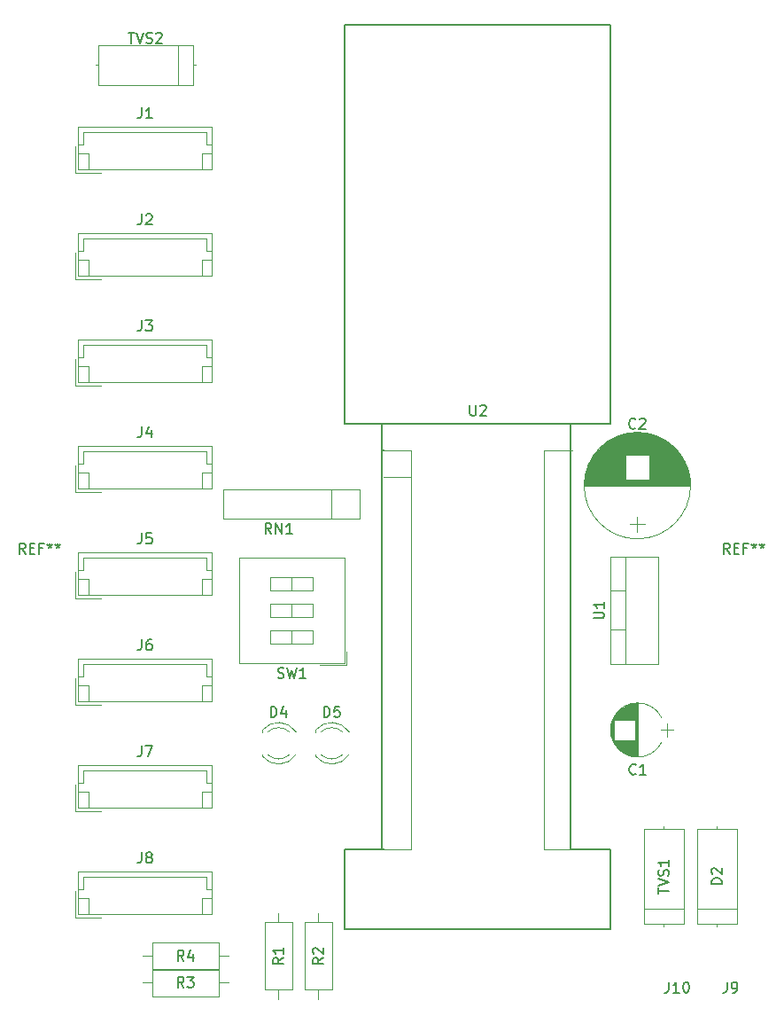
<source format=gto>
G04 #@! TF.FileFunction,Legend,Top*
%FSLAX46Y46*%
G04 Gerber Fmt 4.6, Leading zero omitted, Abs format (unit mm)*
G04 Created by KiCad (PCBNEW 4.0.7) date 03/09/18 13:05:57*
%MOMM*%
%LPD*%
G01*
G04 APERTURE LIST*
%ADD10C,0.200000*%
%ADD11C,0.120000*%
%ADD12C,0.150000*%
G04 APERTURE END LIST*
D10*
D11*
X189150000Y-128310000D02*
X189150000Y-118070000D01*
X193791000Y-128310000D02*
X193791000Y-118070000D01*
X189150000Y-128310000D02*
X193791000Y-128310000D01*
X189150000Y-118070000D02*
X193791000Y-118070000D01*
X190660000Y-128310000D02*
X190660000Y-118070000D01*
X189150000Y-125040000D02*
X190660000Y-125040000D01*
X189150000Y-121339000D02*
X190660000Y-121339000D01*
X197480000Y-153100000D02*
X201300000Y-153100000D01*
X201300000Y-153100000D02*
X201300000Y-144080000D01*
X201300000Y-144080000D02*
X197480000Y-144080000D01*
X197480000Y-144080000D02*
X197480000Y-153100000D01*
X199390000Y-153360000D02*
X199390000Y-153100000D01*
X199390000Y-143820000D02*
X199390000Y-144080000D01*
X197480000Y-151705000D02*
X201300000Y-151705000D01*
X196860000Y-111280000D02*
G75*
G03X196860000Y-111280000I-5090000J0D01*
G01*
X186720000Y-111280000D02*
X196820000Y-111280000D01*
X186720000Y-111240000D02*
X196820000Y-111240000D01*
X186720000Y-111200000D02*
X196820000Y-111200000D01*
X186721000Y-111160000D02*
X196819000Y-111160000D01*
X186722000Y-111120000D02*
X196818000Y-111120000D01*
X186723000Y-111080000D02*
X196817000Y-111080000D01*
X186725000Y-111040000D02*
X196815000Y-111040000D01*
X186727000Y-111000000D02*
X196813000Y-111000000D01*
X186730000Y-110960000D02*
X196810000Y-110960000D01*
X186732000Y-110920000D02*
X196808000Y-110920000D01*
X186735000Y-110880000D02*
X196805000Y-110880000D01*
X186739000Y-110840000D02*
X196801000Y-110840000D01*
X186742000Y-110800000D02*
X196798000Y-110800000D01*
X186746000Y-110760000D02*
X196794000Y-110760000D01*
X186750000Y-110720000D02*
X196790000Y-110720000D01*
X186755000Y-110680000D02*
X190589000Y-110680000D01*
X192951000Y-110680000D02*
X196785000Y-110680000D01*
X186760000Y-110640000D02*
X190589000Y-110640000D01*
X192951000Y-110640000D02*
X196780000Y-110640000D01*
X186765000Y-110600000D02*
X190589000Y-110600000D01*
X192951000Y-110600000D02*
X196775000Y-110600000D01*
X186771000Y-110559000D02*
X190589000Y-110559000D01*
X192951000Y-110559000D02*
X196769000Y-110559000D01*
X186777000Y-110519000D02*
X190589000Y-110519000D01*
X192951000Y-110519000D02*
X196763000Y-110519000D01*
X186783000Y-110479000D02*
X190589000Y-110479000D01*
X192951000Y-110479000D02*
X196757000Y-110479000D01*
X186789000Y-110439000D02*
X190589000Y-110439000D01*
X192951000Y-110439000D02*
X196751000Y-110439000D01*
X186796000Y-110399000D02*
X190589000Y-110399000D01*
X192951000Y-110399000D02*
X196744000Y-110399000D01*
X186803000Y-110359000D02*
X190589000Y-110359000D01*
X192951000Y-110359000D02*
X196737000Y-110359000D01*
X186811000Y-110319000D02*
X190589000Y-110319000D01*
X192951000Y-110319000D02*
X196729000Y-110319000D01*
X186819000Y-110279000D02*
X190589000Y-110279000D01*
X192951000Y-110279000D02*
X196721000Y-110279000D01*
X186827000Y-110239000D02*
X190589000Y-110239000D01*
X192951000Y-110239000D02*
X196713000Y-110239000D01*
X186835000Y-110199000D02*
X190589000Y-110199000D01*
X192951000Y-110199000D02*
X196705000Y-110199000D01*
X186844000Y-110159000D02*
X190589000Y-110159000D01*
X192951000Y-110159000D02*
X196696000Y-110159000D01*
X186853000Y-110119000D02*
X190589000Y-110119000D01*
X192951000Y-110119000D02*
X196687000Y-110119000D01*
X186863000Y-110079000D02*
X190589000Y-110079000D01*
X192951000Y-110079000D02*
X196677000Y-110079000D01*
X186873000Y-110039000D02*
X190589000Y-110039000D01*
X192951000Y-110039000D02*
X196667000Y-110039000D01*
X186883000Y-109999000D02*
X190589000Y-109999000D01*
X192951000Y-109999000D02*
X196657000Y-109999000D01*
X186894000Y-109959000D02*
X190589000Y-109959000D01*
X192951000Y-109959000D02*
X196646000Y-109959000D01*
X186905000Y-109919000D02*
X190589000Y-109919000D01*
X192951000Y-109919000D02*
X196635000Y-109919000D01*
X186916000Y-109879000D02*
X190589000Y-109879000D01*
X192951000Y-109879000D02*
X196624000Y-109879000D01*
X186927000Y-109839000D02*
X190589000Y-109839000D01*
X192951000Y-109839000D02*
X196613000Y-109839000D01*
X186939000Y-109799000D02*
X190589000Y-109799000D01*
X192951000Y-109799000D02*
X196601000Y-109799000D01*
X186952000Y-109759000D02*
X190589000Y-109759000D01*
X192951000Y-109759000D02*
X196588000Y-109759000D01*
X186964000Y-109719000D02*
X190589000Y-109719000D01*
X192951000Y-109719000D02*
X196576000Y-109719000D01*
X186978000Y-109679000D02*
X190589000Y-109679000D01*
X192951000Y-109679000D02*
X196562000Y-109679000D01*
X186991000Y-109639000D02*
X190589000Y-109639000D01*
X192951000Y-109639000D02*
X196549000Y-109639000D01*
X187005000Y-109599000D02*
X190589000Y-109599000D01*
X192951000Y-109599000D02*
X196535000Y-109599000D01*
X187019000Y-109559000D02*
X190589000Y-109559000D01*
X192951000Y-109559000D02*
X196521000Y-109559000D01*
X187033000Y-109519000D02*
X190589000Y-109519000D01*
X192951000Y-109519000D02*
X196507000Y-109519000D01*
X187048000Y-109479000D02*
X190589000Y-109479000D01*
X192951000Y-109479000D02*
X196492000Y-109479000D01*
X187064000Y-109439000D02*
X190589000Y-109439000D01*
X192951000Y-109439000D02*
X196476000Y-109439000D01*
X187079000Y-109399000D02*
X190589000Y-109399000D01*
X192951000Y-109399000D02*
X196461000Y-109399000D01*
X187096000Y-109359000D02*
X190589000Y-109359000D01*
X192951000Y-109359000D02*
X196444000Y-109359000D01*
X187112000Y-109319000D02*
X190589000Y-109319000D01*
X192951000Y-109319000D02*
X196428000Y-109319000D01*
X187129000Y-109279000D02*
X190589000Y-109279000D01*
X192951000Y-109279000D02*
X196411000Y-109279000D01*
X187146000Y-109239000D02*
X190589000Y-109239000D01*
X192951000Y-109239000D02*
X196394000Y-109239000D01*
X187164000Y-109199000D02*
X190589000Y-109199000D01*
X192951000Y-109199000D02*
X196376000Y-109199000D01*
X187182000Y-109159000D02*
X190589000Y-109159000D01*
X192951000Y-109159000D02*
X196358000Y-109159000D01*
X187201000Y-109119000D02*
X190589000Y-109119000D01*
X192951000Y-109119000D02*
X196339000Y-109119000D01*
X187220000Y-109079000D02*
X190589000Y-109079000D01*
X192951000Y-109079000D02*
X196320000Y-109079000D01*
X187239000Y-109039000D02*
X190589000Y-109039000D01*
X192951000Y-109039000D02*
X196301000Y-109039000D01*
X187259000Y-108999000D02*
X190589000Y-108999000D01*
X192951000Y-108999000D02*
X196281000Y-108999000D01*
X187279000Y-108959000D02*
X190589000Y-108959000D01*
X192951000Y-108959000D02*
X196261000Y-108959000D01*
X187300000Y-108919000D02*
X190589000Y-108919000D01*
X192951000Y-108919000D02*
X196240000Y-108919000D01*
X187321000Y-108879000D02*
X190589000Y-108879000D01*
X192951000Y-108879000D02*
X196219000Y-108879000D01*
X187342000Y-108839000D02*
X190589000Y-108839000D01*
X192951000Y-108839000D02*
X196198000Y-108839000D01*
X187365000Y-108799000D02*
X190589000Y-108799000D01*
X192951000Y-108799000D02*
X196175000Y-108799000D01*
X187387000Y-108759000D02*
X190589000Y-108759000D01*
X192951000Y-108759000D02*
X196153000Y-108759000D01*
X187410000Y-108719000D02*
X190589000Y-108719000D01*
X192951000Y-108719000D02*
X196130000Y-108719000D01*
X187434000Y-108679000D02*
X190589000Y-108679000D01*
X192951000Y-108679000D02*
X196106000Y-108679000D01*
X187458000Y-108639000D02*
X190589000Y-108639000D01*
X192951000Y-108639000D02*
X196082000Y-108639000D01*
X187482000Y-108599000D02*
X190589000Y-108599000D01*
X192951000Y-108599000D02*
X196058000Y-108599000D01*
X187507000Y-108559000D02*
X190589000Y-108559000D01*
X192951000Y-108559000D02*
X196033000Y-108559000D01*
X187533000Y-108519000D02*
X190589000Y-108519000D01*
X192951000Y-108519000D02*
X196007000Y-108519000D01*
X187559000Y-108479000D02*
X190589000Y-108479000D01*
X192951000Y-108479000D02*
X195981000Y-108479000D01*
X187585000Y-108439000D02*
X190589000Y-108439000D01*
X192951000Y-108439000D02*
X195955000Y-108439000D01*
X187613000Y-108399000D02*
X190589000Y-108399000D01*
X192951000Y-108399000D02*
X195927000Y-108399000D01*
X187640000Y-108359000D02*
X190589000Y-108359000D01*
X192951000Y-108359000D02*
X195900000Y-108359000D01*
X187669000Y-108319000D02*
X195871000Y-108319000D01*
X187698000Y-108279000D02*
X195842000Y-108279000D01*
X187727000Y-108239000D02*
X195813000Y-108239000D01*
X187757000Y-108199000D02*
X195783000Y-108199000D01*
X187788000Y-108159000D02*
X195752000Y-108159000D01*
X187819000Y-108119000D02*
X195721000Y-108119000D01*
X187851000Y-108079000D02*
X195689000Y-108079000D01*
X187884000Y-108039000D02*
X195656000Y-108039000D01*
X187917000Y-107999000D02*
X195623000Y-107999000D01*
X187951000Y-107959000D02*
X195589000Y-107959000D01*
X187986000Y-107919000D02*
X195554000Y-107919000D01*
X188022000Y-107879000D02*
X195518000Y-107879000D01*
X188058000Y-107839000D02*
X195482000Y-107839000D01*
X188095000Y-107799000D02*
X195445000Y-107799000D01*
X188133000Y-107759000D02*
X195407000Y-107759000D01*
X188172000Y-107719000D02*
X195368000Y-107719000D01*
X188211000Y-107679000D02*
X195329000Y-107679000D01*
X188252000Y-107639000D02*
X195288000Y-107639000D01*
X188293000Y-107599000D02*
X195247000Y-107599000D01*
X188335000Y-107559000D02*
X195205000Y-107559000D01*
X188379000Y-107519000D02*
X195161000Y-107519000D01*
X188423000Y-107479000D02*
X195117000Y-107479000D01*
X188468000Y-107439000D02*
X195072000Y-107439000D01*
X188515000Y-107399000D02*
X195025000Y-107399000D01*
X188563000Y-107359000D02*
X194977000Y-107359000D01*
X188612000Y-107319000D02*
X194928000Y-107319000D01*
X188662000Y-107279000D02*
X194878000Y-107279000D01*
X188713000Y-107239000D02*
X194827000Y-107239000D01*
X188766000Y-107199000D02*
X194774000Y-107199000D01*
X188821000Y-107159000D02*
X194719000Y-107159000D01*
X188876000Y-107119000D02*
X194664000Y-107119000D01*
X188934000Y-107079000D02*
X194606000Y-107079000D01*
X188993000Y-107039000D02*
X194547000Y-107039000D01*
X189055000Y-106999000D02*
X194485000Y-106999000D01*
X189118000Y-106959000D02*
X194422000Y-106959000D01*
X189183000Y-106919000D02*
X194357000Y-106919000D01*
X189251000Y-106879000D02*
X194289000Y-106879000D01*
X189321000Y-106839000D02*
X194219000Y-106839000D01*
X189393000Y-106799000D02*
X194147000Y-106799000D01*
X189469000Y-106759000D02*
X194071000Y-106759000D01*
X189548000Y-106719000D02*
X193992000Y-106719000D01*
X189630000Y-106679000D02*
X193910000Y-106679000D01*
X189717000Y-106639000D02*
X193823000Y-106639000D01*
X189808000Y-106599000D02*
X193732000Y-106599000D01*
X189904000Y-106559000D02*
X193636000Y-106559000D01*
X190007000Y-106519000D02*
X193533000Y-106519000D01*
X190116000Y-106479000D02*
X193424000Y-106479000D01*
X190234000Y-106439000D02*
X193306000Y-106439000D01*
X190363000Y-106399000D02*
X193177000Y-106399000D01*
X190505000Y-106359000D02*
X193035000Y-106359000D01*
X190666000Y-106319000D02*
X192874000Y-106319000D01*
X190857000Y-106279000D02*
X192683000Y-106279000D01*
X191098000Y-106239000D02*
X192442000Y-106239000D01*
X191491000Y-106199000D02*
X192049000Y-106199000D01*
X191770000Y-115730000D02*
X191770000Y-114230000D01*
X191020000Y-114980000D02*
X192520000Y-114980000D01*
X165270000Y-114430000D02*
X165270000Y-111630000D01*
X165270000Y-111630000D02*
X152230000Y-111630000D01*
X152230000Y-111630000D02*
X152230000Y-114430000D01*
X152230000Y-114430000D02*
X165270000Y-114430000D01*
X162560000Y-114430000D02*
X162560000Y-111630000D01*
X159152335Y-134811392D02*
G75*
G03X155920000Y-134654484I-1672335J-1078608D01*
G01*
X159152335Y-136968608D02*
G75*
G02X155920000Y-137125516I-1672335J1078608D01*
G01*
X158521130Y-134810163D02*
G75*
G03X156439039Y-134810000I-1041130J-1079837D01*
G01*
X158521130Y-136969837D02*
G75*
G02X156439039Y-136970000I-1041130J1079837D01*
G01*
X155920000Y-134654000D02*
X155920000Y-134810000D01*
X155920000Y-136970000D02*
X155920000Y-137126000D01*
X164232335Y-134811392D02*
G75*
G03X161000000Y-134654484I-1672335J-1078608D01*
G01*
X164232335Y-136968608D02*
G75*
G02X161000000Y-137125516I-1672335J1078608D01*
G01*
X163601130Y-134810163D02*
G75*
G03X161519039Y-134810000I-1041130J-1079837D01*
G01*
X163601130Y-136969837D02*
G75*
G02X161519039Y-136970000I-1041130J1079837D01*
G01*
X161000000Y-134654000D02*
X161000000Y-134810000D01*
X161000000Y-136970000D02*
X161000000Y-137126000D01*
X156170000Y-159420000D02*
X158790000Y-159420000D01*
X158790000Y-159420000D02*
X158790000Y-153000000D01*
X158790000Y-153000000D02*
X156170000Y-153000000D01*
X156170000Y-153000000D02*
X156170000Y-159420000D01*
X157480000Y-160310000D02*
X157480000Y-159420000D01*
X157480000Y-152110000D02*
X157480000Y-153000000D01*
X159980000Y-159420000D02*
X162600000Y-159420000D01*
X162600000Y-159420000D02*
X162600000Y-153000000D01*
X162600000Y-153000000D02*
X159980000Y-153000000D01*
X159980000Y-153000000D02*
X159980000Y-159420000D01*
X161290000Y-160310000D02*
X161290000Y-159420000D01*
X161290000Y-152110000D02*
X161290000Y-153000000D01*
X189484278Y-135799723D02*
G75*
G03X194095580Y-135800000I2305722J1179723D01*
G01*
X189484278Y-133440277D02*
G75*
G02X194095580Y-133440000I2305722J-1179723D01*
G01*
X189484278Y-133440277D02*
G75*
G03X189484420Y-135800000I2305722J-1179723D01*
G01*
X191790000Y-137170000D02*
X191790000Y-132070000D01*
X191750000Y-137170000D02*
X191750000Y-132070000D01*
X191710000Y-137169000D02*
X191710000Y-132071000D01*
X191670000Y-137168000D02*
X191670000Y-132072000D01*
X191630000Y-137166000D02*
X191630000Y-132074000D01*
X191590000Y-137163000D02*
X191590000Y-132077000D01*
X191550000Y-137159000D02*
X191550000Y-132081000D01*
X191510000Y-137155000D02*
X191510000Y-135600000D01*
X191510000Y-133640000D02*
X191510000Y-132085000D01*
X191470000Y-137151000D02*
X191470000Y-135600000D01*
X191470000Y-133640000D02*
X191470000Y-132089000D01*
X191430000Y-137145000D02*
X191430000Y-135600000D01*
X191430000Y-133640000D02*
X191430000Y-132095000D01*
X191390000Y-137139000D02*
X191390000Y-135600000D01*
X191390000Y-133640000D02*
X191390000Y-132101000D01*
X191350000Y-137133000D02*
X191350000Y-135600000D01*
X191350000Y-133640000D02*
X191350000Y-132107000D01*
X191310000Y-137126000D02*
X191310000Y-135600000D01*
X191310000Y-133640000D02*
X191310000Y-132114000D01*
X191270000Y-137118000D02*
X191270000Y-135600000D01*
X191270000Y-133640000D02*
X191270000Y-132122000D01*
X191230000Y-137109000D02*
X191230000Y-135600000D01*
X191230000Y-133640000D02*
X191230000Y-132131000D01*
X191190000Y-137100000D02*
X191190000Y-135600000D01*
X191190000Y-133640000D02*
X191190000Y-132140000D01*
X191150000Y-137090000D02*
X191150000Y-135600000D01*
X191150000Y-133640000D02*
X191150000Y-132150000D01*
X191110000Y-137080000D02*
X191110000Y-135600000D01*
X191110000Y-133640000D02*
X191110000Y-132160000D01*
X191069000Y-137068000D02*
X191069000Y-135600000D01*
X191069000Y-133640000D02*
X191069000Y-132172000D01*
X191029000Y-137056000D02*
X191029000Y-135600000D01*
X191029000Y-133640000D02*
X191029000Y-132184000D01*
X190989000Y-137044000D02*
X190989000Y-135600000D01*
X190989000Y-133640000D02*
X190989000Y-132196000D01*
X190949000Y-137030000D02*
X190949000Y-135600000D01*
X190949000Y-133640000D02*
X190949000Y-132210000D01*
X190909000Y-137016000D02*
X190909000Y-135600000D01*
X190909000Y-133640000D02*
X190909000Y-132224000D01*
X190869000Y-137002000D02*
X190869000Y-135600000D01*
X190869000Y-133640000D02*
X190869000Y-132238000D01*
X190829000Y-136986000D02*
X190829000Y-135600000D01*
X190829000Y-133640000D02*
X190829000Y-132254000D01*
X190789000Y-136970000D02*
X190789000Y-135600000D01*
X190789000Y-133640000D02*
X190789000Y-132270000D01*
X190749000Y-136953000D02*
X190749000Y-135600000D01*
X190749000Y-133640000D02*
X190749000Y-132287000D01*
X190709000Y-136935000D02*
X190709000Y-135600000D01*
X190709000Y-133640000D02*
X190709000Y-132305000D01*
X190669000Y-136916000D02*
X190669000Y-135600000D01*
X190669000Y-133640000D02*
X190669000Y-132324000D01*
X190629000Y-136896000D02*
X190629000Y-135600000D01*
X190629000Y-133640000D02*
X190629000Y-132344000D01*
X190589000Y-136876000D02*
X190589000Y-135600000D01*
X190589000Y-133640000D02*
X190589000Y-132364000D01*
X190549000Y-136854000D02*
X190549000Y-135600000D01*
X190549000Y-133640000D02*
X190549000Y-132386000D01*
X190509000Y-136832000D02*
X190509000Y-135600000D01*
X190509000Y-133640000D02*
X190509000Y-132408000D01*
X190469000Y-136809000D02*
X190469000Y-135600000D01*
X190469000Y-133640000D02*
X190469000Y-132431000D01*
X190429000Y-136785000D02*
X190429000Y-135600000D01*
X190429000Y-133640000D02*
X190429000Y-132455000D01*
X190389000Y-136760000D02*
X190389000Y-135600000D01*
X190389000Y-133640000D02*
X190389000Y-132480000D01*
X190349000Y-136733000D02*
X190349000Y-135600000D01*
X190349000Y-133640000D02*
X190349000Y-132507000D01*
X190309000Y-136706000D02*
X190309000Y-135600000D01*
X190309000Y-133640000D02*
X190309000Y-132534000D01*
X190269000Y-136678000D02*
X190269000Y-135600000D01*
X190269000Y-133640000D02*
X190269000Y-132562000D01*
X190229000Y-136648000D02*
X190229000Y-135600000D01*
X190229000Y-133640000D02*
X190229000Y-132592000D01*
X190189000Y-136617000D02*
X190189000Y-135600000D01*
X190189000Y-133640000D02*
X190189000Y-132623000D01*
X190149000Y-136585000D02*
X190149000Y-135600000D01*
X190149000Y-133640000D02*
X190149000Y-132655000D01*
X190109000Y-136552000D02*
X190109000Y-135600000D01*
X190109000Y-133640000D02*
X190109000Y-132688000D01*
X190069000Y-136517000D02*
X190069000Y-135600000D01*
X190069000Y-133640000D02*
X190069000Y-132723000D01*
X190029000Y-136481000D02*
X190029000Y-135600000D01*
X190029000Y-133640000D02*
X190029000Y-132759000D01*
X189989000Y-136443000D02*
X189989000Y-135600000D01*
X189989000Y-133640000D02*
X189989000Y-132797000D01*
X189949000Y-136403000D02*
X189949000Y-135600000D01*
X189949000Y-133640000D02*
X189949000Y-132837000D01*
X189909000Y-136362000D02*
X189909000Y-135600000D01*
X189909000Y-133640000D02*
X189909000Y-132878000D01*
X189869000Y-136319000D02*
X189869000Y-135600000D01*
X189869000Y-133640000D02*
X189869000Y-132921000D01*
X189829000Y-136274000D02*
X189829000Y-135600000D01*
X189829000Y-133640000D02*
X189829000Y-132966000D01*
X189789000Y-136226000D02*
X189789000Y-135600000D01*
X189789000Y-133640000D02*
X189789000Y-133014000D01*
X189749000Y-136176000D02*
X189749000Y-135600000D01*
X189749000Y-133640000D02*
X189749000Y-133064000D01*
X189709000Y-136124000D02*
X189709000Y-135600000D01*
X189709000Y-133640000D02*
X189709000Y-133116000D01*
X189669000Y-136068000D02*
X189669000Y-135600000D01*
X189669000Y-133640000D02*
X189669000Y-133172000D01*
X189629000Y-136010000D02*
X189629000Y-135600000D01*
X189629000Y-133640000D02*
X189629000Y-133230000D01*
X189589000Y-135947000D02*
X189589000Y-135600000D01*
X189589000Y-133640000D02*
X189589000Y-133293000D01*
X189549000Y-135881000D02*
X189549000Y-133359000D01*
X189509000Y-135809000D02*
X189509000Y-133431000D01*
X189469000Y-135732000D02*
X189469000Y-133508000D01*
X189429000Y-135648000D02*
X189429000Y-133592000D01*
X189389000Y-135554000D02*
X189389000Y-133686000D01*
X189349000Y-135449000D02*
X189349000Y-133791000D01*
X189309000Y-135327000D02*
X189309000Y-133913000D01*
X189269000Y-135179000D02*
X189269000Y-134061000D01*
X189229000Y-134974000D02*
X189229000Y-134266000D01*
X195240000Y-134620000D02*
X194040000Y-134620000D01*
X194640000Y-135270000D02*
X194640000Y-133970000D01*
X145380000Y-157440000D02*
X145380000Y-160060000D01*
X145380000Y-160060000D02*
X151800000Y-160060000D01*
X151800000Y-160060000D02*
X151800000Y-157440000D01*
X151800000Y-157440000D02*
X145380000Y-157440000D01*
X144490000Y-158750000D02*
X145380000Y-158750000D01*
X152690000Y-158750000D02*
X151800000Y-158750000D01*
X145380000Y-154900000D02*
X145380000Y-157520000D01*
X145380000Y-157520000D02*
X151800000Y-157520000D01*
X151800000Y-157520000D02*
X151800000Y-154900000D01*
X151800000Y-154900000D02*
X145380000Y-154900000D01*
X144490000Y-156210000D02*
X145380000Y-156210000D01*
X152690000Y-156210000D02*
X151800000Y-156210000D01*
X192400000Y-153100000D02*
X196220000Y-153100000D01*
X196220000Y-153100000D02*
X196220000Y-144080000D01*
X196220000Y-144080000D02*
X192400000Y-144080000D01*
X192400000Y-144080000D02*
X192400000Y-153100000D01*
X194310000Y-153360000D02*
X194310000Y-153100000D01*
X194310000Y-143820000D02*
X194310000Y-144080000D01*
X192400000Y-151705000D02*
X196220000Y-151705000D01*
X149290000Y-73030000D02*
X149290000Y-69210000D01*
X149290000Y-69210000D02*
X140270000Y-69210000D01*
X140270000Y-69210000D02*
X140270000Y-73030000D01*
X140270000Y-73030000D02*
X149290000Y-73030000D01*
X149550000Y-71120000D02*
X149290000Y-71120000D01*
X140010000Y-71120000D02*
X140270000Y-71120000D01*
X147895000Y-73030000D02*
X147895000Y-69210000D01*
X163960000Y-128410000D02*
X163960000Y-127140000D01*
X163960000Y-128410000D02*
X161420000Y-128410000D01*
X163760000Y-128210000D02*
X153740000Y-128210000D01*
X153740000Y-128210000D02*
X153740000Y-118170000D01*
X153740000Y-118170000D02*
X163760000Y-118170000D01*
X163760000Y-118170000D02*
X163760000Y-128210000D01*
X160780000Y-126365000D02*
X160780000Y-125095000D01*
X160780000Y-125095000D02*
X156720000Y-125095000D01*
X156720000Y-125095000D02*
X156720000Y-126365000D01*
X156720000Y-126365000D02*
X160780000Y-126365000D01*
X158750000Y-126365000D02*
X158750000Y-125095000D01*
X160780000Y-123825000D02*
X160780000Y-122555000D01*
X160780000Y-122555000D02*
X156720000Y-122555000D01*
X156720000Y-122555000D02*
X156720000Y-123825000D01*
X156720000Y-123825000D02*
X160780000Y-123825000D01*
X158750000Y-123825000D02*
X158750000Y-122555000D01*
X160780000Y-121285000D02*
X160780000Y-120015000D01*
X160780000Y-120015000D02*
X156720000Y-120015000D01*
X156720000Y-120015000D02*
X156720000Y-121285000D01*
X156720000Y-121285000D02*
X160780000Y-121285000D01*
X158750000Y-121285000D02*
X158750000Y-120015000D01*
X138320000Y-76990000D02*
X138320000Y-81090000D01*
X138320000Y-81090000D02*
X151120000Y-81090000D01*
X151120000Y-81090000D02*
X151120000Y-76990000D01*
X151120000Y-76990000D02*
X138320000Y-76990000D01*
X138320000Y-78740000D02*
X138820000Y-78740000D01*
X138820000Y-78740000D02*
X138820000Y-77490000D01*
X138820000Y-77490000D02*
X150620000Y-77490000D01*
X150620000Y-77490000D02*
X150620000Y-78740000D01*
X150620000Y-78740000D02*
X151120000Y-78740000D01*
X138320000Y-79590000D02*
X139320000Y-79590000D01*
X139320000Y-79590000D02*
X139320000Y-81090000D01*
X151120000Y-79590000D02*
X150120000Y-79590000D01*
X150120000Y-79590000D02*
X150120000Y-81090000D01*
X138020000Y-78890000D02*
X138020000Y-81390000D01*
X138020000Y-81390000D02*
X140520000Y-81390000D01*
X138320000Y-87150000D02*
X138320000Y-91250000D01*
X138320000Y-91250000D02*
X151120000Y-91250000D01*
X151120000Y-91250000D02*
X151120000Y-87150000D01*
X151120000Y-87150000D02*
X138320000Y-87150000D01*
X138320000Y-88900000D02*
X138820000Y-88900000D01*
X138820000Y-88900000D02*
X138820000Y-87650000D01*
X138820000Y-87650000D02*
X150620000Y-87650000D01*
X150620000Y-87650000D02*
X150620000Y-88900000D01*
X150620000Y-88900000D02*
X151120000Y-88900000D01*
X138320000Y-89750000D02*
X139320000Y-89750000D01*
X139320000Y-89750000D02*
X139320000Y-91250000D01*
X151120000Y-89750000D02*
X150120000Y-89750000D01*
X150120000Y-89750000D02*
X150120000Y-91250000D01*
X138020000Y-89050000D02*
X138020000Y-91550000D01*
X138020000Y-91550000D02*
X140520000Y-91550000D01*
X138320000Y-97310000D02*
X138320000Y-101410000D01*
X138320000Y-101410000D02*
X151120000Y-101410000D01*
X151120000Y-101410000D02*
X151120000Y-97310000D01*
X151120000Y-97310000D02*
X138320000Y-97310000D01*
X138320000Y-99060000D02*
X138820000Y-99060000D01*
X138820000Y-99060000D02*
X138820000Y-97810000D01*
X138820000Y-97810000D02*
X150620000Y-97810000D01*
X150620000Y-97810000D02*
X150620000Y-99060000D01*
X150620000Y-99060000D02*
X151120000Y-99060000D01*
X138320000Y-99910000D02*
X139320000Y-99910000D01*
X139320000Y-99910000D02*
X139320000Y-101410000D01*
X151120000Y-99910000D02*
X150120000Y-99910000D01*
X150120000Y-99910000D02*
X150120000Y-101410000D01*
X138020000Y-99210000D02*
X138020000Y-101710000D01*
X138020000Y-101710000D02*
X140520000Y-101710000D01*
X138320000Y-107470000D02*
X138320000Y-111570000D01*
X138320000Y-111570000D02*
X151120000Y-111570000D01*
X151120000Y-111570000D02*
X151120000Y-107470000D01*
X151120000Y-107470000D02*
X138320000Y-107470000D01*
X138320000Y-109220000D02*
X138820000Y-109220000D01*
X138820000Y-109220000D02*
X138820000Y-107970000D01*
X138820000Y-107970000D02*
X150620000Y-107970000D01*
X150620000Y-107970000D02*
X150620000Y-109220000D01*
X150620000Y-109220000D02*
X151120000Y-109220000D01*
X138320000Y-110070000D02*
X139320000Y-110070000D01*
X139320000Y-110070000D02*
X139320000Y-111570000D01*
X151120000Y-110070000D02*
X150120000Y-110070000D01*
X150120000Y-110070000D02*
X150120000Y-111570000D01*
X138020000Y-109370000D02*
X138020000Y-111870000D01*
X138020000Y-111870000D02*
X140520000Y-111870000D01*
X138320000Y-117630000D02*
X138320000Y-121730000D01*
X138320000Y-121730000D02*
X151120000Y-121730000D01*
X151120000Y-121730000D02*
X151120000Y-117630000D01*
X151120000Y-117630000D02*
X138320000Y-117630000D01*
X138320000Y-119380000D02*
X138820000Y-119380000D01*
X138820000Y-119380000D02*
X138820000Y-118130000D01*
X138820000Y-118130000D02*
X150620000Y-118130000D01*
X150620000Y-118130000D02*
X150620000Y-119380000D01*
X150620000Y-119380000D02*
X151120000Y-119380000D01*
X138320000Y-120230000D02*
X139320000Y-120230000D01*
X139320000Y-120230000D02*
X139320000Y-121730000D01*
X151120000Y-120230000D02*
X150120000Y-120230000D01*
X150120000Y-120230000D02*
X150120000Y-121730000D01*
X138020000Y-119530000D02*
X138020000Y-122030000D01*
X138020000Y-122030000D02*
X140520000Y-122030000D01*
X138320000Y-127790000D02*
X138320000Y-131890000D01*
X138320000Y-131890000D02*
X151120000Y-131890000D01*
X151120000Y-131890000D02*
X151120000Y-127790000D01*
X151120000Y-127790000D02*
X138320000Y-127790000D01*
X138320000Y-129540000D02*
X138820000Y-129540000D01*
X138820000Y-129540000D02*
X138820000Y-128290000D01*
X138820000Y-128290000D02*
X150620000Y-128290000D01*
X150620000Y-128290000D02*
X150620000Y-129540000D01*
X150620000Y-129540000D02*
X151120000Y-129540000D01*
X138320000Y-130390000D02*
X139320000Y-130390000D01*
X139320000Y-130390000D02*
X139320000Y-131890000D01*
X151120000Y-130390000D02*
X150120000Y-130390000D01*
X150120000Y-130390000D02*
X150120000Y-131890000D01*
X138020000Y-129690000D02*
X138020000Y-132190000D01*
X138020000Y-132190000D02*
X140520000Y-132190000D01*
X138320000Y-148110000D02*
X138320000Y-152210000D01*
X138320000Y-152210000D02*
X151120000Y-152210000D01*
X151120000Y-152210000D02*
X151120000Y-148110000D01*
X151120000Y-148110000D02*
X138320000Y-148110000D01*
X138320000Y-149860000D02*
X138820000Y-149860000D01*
X138820000Y-149860000D02*
X138820000Y-148610000D01*
X138820000Y-148610000D02*
X150620000Y-148610000D01*
X150620000Y-148610000D02*
X150620000Y-149860000D01*
X150620000Y-149860000D02*
X151120000Y-149860000D01*
X138320000Y-150710000D02*
X139320000Y-150710000D01*
X139320000Y-150710000D02*
X139320000Y-152210000D01*
X151120000Y-150710000D02*
X150120000Y-150710000D01*
X150120000Y-150710000D02*
X150120000Y-152210000D01*
X138020000Y-150010000D02*
X138020000Y-152510000D01*
X138020000Y-152510000D02*
X140520000Y-152510000D01*
X138320000Y-137950000D02*
X138320000Y-142050000D01*
X138320000Y-142050000D02*
X151120000Y-142050000D01*
X151120000Y-142050000D02*
X151120000Y-137950000D01*
X151120000Y-137950000D02*
X138320000Y-137950000D01*
X138320000Y-139700000D02*
X138820000Y-139700000D01*
X138820000Y-139700000D02*
X138820000Y-138450000D01*
X138820000Y-138450000D02*
X150620000Y-138450000D01*
X150620000Y-138450000D02*
X150620000Y-139700000D01*
X150620000Y-139700000D02*
X151120000Y-139700000D01*
X138320000Y-140550000D02*
X139320000Y-140550000D01*
X139320000Y-140550000D02*
X139320000Y-142050000D01*
X151120000Y-140550000D02*
X150120000Y-140550000D01*
X150120000Y-140550000D02*
X150120000Y-142050000D01*
X138020000Y-139850000D02*
X138020000Y-142350000D01*
X138020000Y-142350000D02*
X140520000Y-142350000D01*
D12*
X167640000Y-105410000D02*
X185420000Y-105410000D01*
X167640000Y-107950000D02*
X167386000Y-107950000D01*
X167386000Y-105410000D02*
X167386000Y-146050000D01*
X185420000Y-105410000D02*
X185420000Y-146050000D01*
X163830000Y-146050000D02*
X163830000Y-153670000D01*
X189230000Y-148590000D02*
X189230000Y-153670000D01*
X167640000Y-146050000D02*
X163830000Y-146050000D01*
X163830000Y-153670000D02*
X165100000Y-153670000D01*
X189230000Y-148590000D02*
X189230000Y-146050000D01*
X189230000Y-146050000D02*
X185420000Y-146050000D01*
X189230000Y-153670000D02*
X187960000Y-153670000D01*
X187960000Y-67310000D02*
X189230000Y-67310000D01*
X163830000Y-67310000D02*
X166370000Y-67310000D01*
X166370000Y-105410000D02*
X163830000Y-105410000D01*
X187960000Y-105410000D02*
X189230000Y-105410000D01*
X187960000Y-153670000D02*
X165100000Y-153670000D01*
X185420000Y-105410000D02*
X187960000Y-105410000D01*
X189230000Y-105410000D02*
X189230000Y-67310000D01*
X187960000Y-67310000D02*
X166370000Y-67310000D01*
X163830000Y-67310000D02*
X163830000Y-105410000D01*
X166370000Y-105410000D02*
X167640000Y-105410000D01*
D11*
X170180000Y-110490000D02*
X170180000Y-107950000D01*
X170180000Y-107950000D02*
X167510000Y-107950000D01*
X182880000Y-107950000D02*
X185550000Y-107950000D01*
X182880000Y-107950000D02*
X182880000Y-146050000D01*
X182880000Y-146050000D02*
X185550000Y-146050000D01*
X170180000Y-110490000D02*
X167510000Y-110490000D01*
X170180000Y-110490000D02*
X170180000Y-146050000D01*
X170180000Y-146050000D02*
X167510000Y-146050000D01*
D12*
X187602381Y-123951905D02*
X188411905Y-123951905D01*
X188507143Y-123904286D01*
X188554762Y-123856667D01*
X188602381Y-123761429D01*
X188602381Y-123570952D01*
X188554762Y-123475714D01*
X188507143Y-123428095D01*
X188411905Y-123380476D01*
X187602381Y-123380476D01*
X188602381Y-122380476D02*
X188602381Y-122951905D01*
X188602381Y-122666191D02*
X187602381Y-122666191D01*
X187745238Y-122761429D01*
X187840476Y-122856667D01*
X187888095Y-122951905D01*
X199842381Y-149328095D02*
X198842381Y-149328095D01*
X198842381Y-149090000D01*
X198890000Y-148947142D01*
X198985238Y-148851904D01*
X199080476Y-148804285D01*
X199270952Y-148756666D01*
X199413810Y-148756666D01*
X199604286Y-148804285D01*
X199699524Y-148851904D01*
X199794762Y-148947142D01*
X199842381Y-149090000D01*
X199842381Y-149328095D01*
X198937619Y-148375714D02*
X198890000Y-148328095D01*
X198842381Y-148232857D01*
X198842381Y-147994761D01*
X198890000Y-147899523D01*
X198937619Y-147851904D01*
X199032857Y-147804285D01*
X199128095Y-147804285D01*
X199270952Y-147851904D01*
X199842381Y-148423333D01*
X199842381Y-147804285D01*
X191603334Y-105767143D02*
X191555715Y-105814762D01*
X191412858Y-105862381D01*
X191317620Y-105862381D01*
X191174762Y-105814762D01*
X191079524Y-105719524D01*
X191031905Y-105624286D01*
X190984286Y-105433810D01*
X190984286Y-105290952D01*
X191031905Y-105100476D01*
X191079524Y-105005238D01*
X191174762Y-104910000D01*
X191317620Y-104862381D01*
X191412858Y-104862381D01*
X191555715Y-104910000D01*
X191603334Y-104957619D01*
X191984286Y-104957619D02*
X192031905Y-104910000D01*
X192127143Y-104862381D01*
X192365239Y-104862381D01*
X192460477Y-104910000D01*
X192508096Y-104957619D01*
X192555715Y-105052857D01*
X192555715Y-105148095D01*
X192508096Y-105290952D01*
X191936667Y-105862381D01*
X192555715Y-105862381D01*
X156789524Y-115882381D02*
X156456190Y-115406190D01*
X156218095Y-115882381D02*
X156218095Y-114882381D01*
X156599048Y-114882381D01*
X156694286Y-114930000D01*
X156741905Y-114977619D01*
X156789524Y-115072857D01*
X156789524Y-115215714D01*
X156741905Y-115310952D01*
X156694286Y-115358571D01*
X156599048Y-115406190D01*
X156218095Y-115406190D01*
X157218095Y-115882381D02*
X157218095Y-114882381D01*
X157789524Y-115882381D01*
X157789524Y-114882381D01*
X158789524Y-115882381D02*
X158218095Y-115882381D01*
X158503809Y-115882381D02*
X158503809Y-114882381D01*
X158408571Y-115025238D01*
X158313333Y-115120476D01*
X158218095Y-115168095D01*
X156741905Y-133382381D02*
X156741905Y-132382381D01*
X156980000Y-132382381D01*
X157122858Y-132430000D01*
X157218096Y-132525238D01*
X157265715Y-132620476D01*
X157313334Y-132810952D01*
X157313334Y-132953810D01*
X157265715Y-133144286D01*
X157218096Y-133239524D01*
X157122858Y-133334762D01*
X156980000Y-133382381D01*
X156741905Y-133382381D01*
X158170477Y-132715714D02*
X158170477Y-133382381D01*
X157932381Y-132334762D02*
X157694286Y-133049048D01*
X158313334Y-133049048D01*
X161821905Y-133382381D02*
X161821905Y-132382381D01*
X162060000Y-132382381D01*
X162202858Y-132430000D01*
X162298096Y-132525238D01*
X162345715Y-132620476D01*
X162393334Y-132810952D01*
X162393334Y-132953810D01*
X162345715Y-133144286D01*
X162298096Y-133239524D01*
X162202858Y-133334762D01*
X162060000Y-133382381D01*
X161821905Y-133382381D01*
X163298096Y-132382381D02*
X162821905Y-132382381D01*
X162774286Y-132858571D01*
X162821905Y-132810952D01*
X162917143Y-132763333D01*
X163155239Y-132763333D01*
X163250477Y-132810952D01*
X163298096Y-132858571D01*
X163345715Y-132953810D01*
X163345715Y-133191905D01*
X163298096Y-133287143D01*
X163250477Y-133334762D01*
X163155239Y-133382381D01*
X162917143Y-133382381D01*
X162821905Y-133334762D01*
X162774286Y-133287143D01*
X157932381Y-156376666D02*
X157456190Y-156710000D01*
X157932381Y-156948095D02*
X156932381Y-156948095D01*
X156932381Y-156567142D01*
X156980000Y-156471904D01*
X157027619Y-156424285D01*
X157122857Y-156376666D01*
X157265714Y-156376666D01*
X157360952Y-156424285D01*
X157408571Y-156471904D01*
X157456190Y-156567142D01*
X157456190Y-156948095D01*
X157932381Y-155424285D02*
X157932381Y-155995714D01*
X157932381Y-155710000D02*
X156932381Y-155710000D01*
X157075238Y-155805238D01*
X157170476Y-155900476D01*
X157218095Y-155995714D01*
X161742381Y-156376666D02*
X161266190Y-156710000D01*
X161742381Y-156948095D02*
X160742381Y-156948095D01*
X160742381Y-156567142D01*
X160790000Y-156471904D01*
X160837619Y-156424285D01*
X160932857Y-156376666D01*
X161075714Y-156376666D01*
X161170952Y-156424285D01*
X161218571Y-156471904D01*
X161266190Y-156567142D01*
X161266190Y-156948095D01*
X160837619Y-155995714D02*
X160790000Y-155948095D01*
X160742381Y-155852857D01*
X160742381Y-155614761D01*
X160790000Y-155519523D01*
X160837619Y-155471904D01*
X160932857Y-155424285D01*
X161028095Y-155424285D01*
X161170952Y-155471904D01*
X161742381Y-156043333D01*
X161742381Y-155424285D01*
X191623334Y-138787143D02*
X191575715Y-138834762D01*
X191432858Y-138882381D01*
X191337620Y-138882381D01*
X191194762Y-138834762D01*
X191099524Y-138739524D01*
X191051905Y-138644286D01*
X191004286Y-138453810D01*
X191004286Y-138310952D01*
X191051905Y-138120476D01*
X191099524Y-138025238D01*
X191194762Y-137930000D01*
X191337620Y-137882381D01*
X191432858Y-137882381D01*
X191575715Y-137930000D01*
X191623334Y-137977619D01*
X192575715Y-138882381D02*
X192004286Y-138882381D01*
X192290000Y-138882381D02*
X192290000Y-137882381D01*
X192194762Y-138025238D01*
X192099524Y-138120476D01*
X192004286Y-138168095D01*
X148423334Y-159202381D02*
X148090000Y-158726190D01*
X147851905Y-159202381D02*
X147851905Y-158202381D01*
X148232858Y-158202381D01*
X148328096Y-158250000D01*
X148375715Y-158297619D01*
X148423334Y-158392857D01*
X148423334Y-158535714D01*
X148375715Y-158630952D01*
X148328096Y-158678571D01*
X148232858Y-158726190D01*
X147851905Y-158726190D01*
X148756667Y-158202381D02*
X149375715Y-158202381D01*
X149042381Y-158583333D01*
X149185239Y-158583333D01*
X149280477Y-158630952D01*
X149328096Y-158678571D01*
X149375715Y-158773810D01*
X149375715Y-159011905D01*
X149328096Y-159107143D01*
X149280477Y-159154762D01*
X149185239Y-159202381D01*
X148899524Y-159202381D01*
X148804286Y-159154762D01*
X148756667Y-159107143D01*
X148423334Y-156662381D02*
X148090000Y-156186190D01*
X147851905Y-156662381D02*
X147851905Y-155662381D01*
X148232858Y-155662381D01*
X148328096Y-155710000D01*
X148375715Y-155757619D01*
X148423334Y-155852857D01*
X148423334Y-155995714D01*
X148375715Y-156090952D01*
X148328096Y-156138571D01*
X148232858Y-156186190D01*
X147851905Y-156186190D01*
X149280477Y-155995714D02*
X149280477Y-156662381D01*
X149042381Y-155614762D02*
X148804286Y-156329048D01*
X149423334Y-156329048D01*
X193762381Y-150256667D02*
X193762381Y-149685238D01*
X194762381Y-149970953D02*
X193762381Y-149970953D01*
X193762381Y-149494762D02*
X194762381Y-149161429D01*
X193762381Y-148828095D01*
X194714762Y-148542381D02*
X194762381Y-148399524D01*
X194762381Y-148161428D01*
X194714762Y-148066190D01*
X194667143Y-148018571D01*
X194571905Y-147970952D01*
X194476667Y-147970952D01*
X194381429Y-148018571D01*
X194333810Y-148066190D01*
X194286190Y-148161428D01*
X194238571Y-148351905D01*
X194190952Y-148447143D01*
X194143333Y-148494762D01*
X194048095Y-148542381D01*
X193952857Y-148542381D01*
X193857619Y-148494762D01*
X193810000Y-148447143D01*
X193762381Y-148351905D01*
X193762381Y-148113809D01*
X193810000Y-147970952D01*
X194762381Y-147018571D02*
X194762381Y-147590000D01*
X194762381Y-147304286D02*
X193762381Y-147304286D01*
X193905238Y-147399524D01*
X194000476Y-147494762D01*
X194048095Y-147590000D01*
X143113333Y-68032381D02*
X143684762Y-68032381D01*
X143399047Y-69032381D02*
X143399047Y-68032381D01*
X143875238Y-68032381D02*
X144208571Y-69032381D01*
X144541905Y-68032381D01*
X144827619Y-68984762D02*
X144970476Y-69032381D01*
X145208572Y-69032381D01*
X145303810Y-68984762D01*
X145351429Y-68937143D01*
X145399048Y-68841905D01*
X145399048Y-68746667D01*
X145351429Y-68651429D01*
X145303810Y-68603810D01*
X145208572Y-68556190D01*
X145018095Y-68508571D01*
X144922857Y-68460952D01*
X144875238Y-68413333D01*
X144827619Y-68318095D01*
X144827619Y-68222857D01*
X144875238Y-68127619D01*
X144922857Y-68080000D01*
X145018095Y-68032381D01*
X145256191Y-68032381D01*
X145399048Y-68080000D01*
X145780000Y-68127619D02*
X145827619Y-68080000D01*
X145922857Y-68032381D01*
X146160953Y-68032381D01*
X146256191Y-68080000D01*
X146303810Y-68127619D01*
X146351429Y-68222857D01*
X146351429Y-68318095D01*
X146303810Y-68460952D01*
X145732381Y-69032381D01*
X146351429Y-69032381D01*
X157416667Y-129614762D02*
X157559524Y-129662381D01*
X157797620Y-129662381D01*
X157892858Y-129614762D01*
X157940477Y-129567143D01*
X157988096Y-129471905D01*
X157988096Y-129376667D01*
X157940477Y-129281429D01*
X157892858Y-129233810D01*
X157797620Y-129186190D01*
X157607143Y-129138571D01*
X157511905Y-129090952D01*
X157464286Y-129043333D01*
X157416667Y-128948095D01*
X157416667Y-128852857D01*
X157464286Y-128757619D01*
X157511905Y-128710000D01*
X157607143Y-128662381D01*
X157845239Y-128662381D01*
X157988096Y-128710000D01*
X158321429Y-128662381D02*
X158559524Y-129662381D01*
X158750001Y-128948095D01*
X158940477Y-129662381D01*
X159178572Y-128662381D01*
X160083334Y-129662381D02*
X159511905Y-129662381D01*
X159797619Y-129662381D02*
X159797619Y-128662381D01*
X159702381Y-128805238D01*
X159607143Y-128900476D01*
X159511905Y-128948095D01*
X144386667Y-75192381D02*
X144386667Y-75906667D01*
X144339047Y-76049524D01*
X144243809Y-76144762D01*
X144100952Y-76192381D01*
X144005714Y-76192381D01*
X145386667Y-76192381D02*
X144815238Y-76192381D01*
X145100952Y-76192381D02*
X145100952Y-75192381D01*
X145005714Y-75335238D01*
X144910476Y-75430476D01*
X144815238Y-75478095D01*
X144386667Y-85352381D02*
X144386667Y-86066667D01*
X144339047Y-86209524D01*
X144243809Y-86304762D01*
X144100952Y-86352381D01*
X144005714Y-86352381D01*
X144815238Y-85447619D02*
X144862857Y-85400000D01*
X144958095Y-85352381D01*
X145196191Y-85352381D01*
X145291429Y-85400000D01*
X145339048Y-85447619D01*
X145386667Y-85542857D01*
X145386667Y-85638095D01*
X145339048Y-85780952D01*
X144767619Y-86352381D01*
X145386667Y-86352381D01*
X144386667Y-95512381D02*
X144386667Y-96226667D01*
X144339047Y-96369524D01*
X144243809Y-96464762D01*
X144100952Y-96512381D01*
X144005714Y-96512381D01*
X144767619Y-95512381D02*
X145386667Y-95512381D01*
X145053333Y-95893333D01*
X145196191Y-95893333D01*
X145291429Y-95940952D01*
X145339048Y-95988571D01*
X145386667Y-96083810D01*
X145386667Y-96321905D01*
X145339048Y-96417143D01*
X145291429Y-96464762D01*
X145196191Y-96512381D01*
X144910476Y-96512381D01*
X144815238Y-96464762D01*
X144767619Y-96417143D01*
X144386667Y-105672381D02*
X144386667Y-106386667D01*
X144339047Y-106529524D01*
X144243809Y-106624762D01*
X144100952Y-106672381D01*
X144005714Y-106672381D01*
X145291429Y-106005714D02*
X145291429Y-106672381D01*
X145053333Y-105624762D02*
X144815238Y-106339048D01*
X145434286Y-106339048D01*
X144386667Y-115832381D02*
X144386667Y-116546667D01*
X144339047Y-116689524D01*
X144243809Y-116784762D01*
X144100952Y-116832381D01*
X144005714Y-116832381D01*
X145339048Y-115832381D02*
X144862857Y-115832381D01*
X144815238Y-116308571D01*
X144862857Y-116260952D01*
X144958095Y-116213333D01*
X145196191Y-116213333D01*
X145291429Y-116260952D01*
X145339048Y-116308571D01*
X145386667Y-116403810D01*
X145386667Y-116641905D01*
X145339048Y-116737143D01*
X145291429Y-116784762D01*
X145196191Y-116832381D01*
X144958095Y-116832381D01*
X144862857Y-116784762D01*
X144815238Y-116737143D01*
X144386667Y-125992381D02*
X144386667Y-126706667D01*
X144339047Y-126849524D01*
X144243809Y-126944762D01*
X144100952Y-126992381D01*
X144005714Y-126992381D01*
X145291429Y-125992381D02*
X145100952Y-125992381D01*
X145005714Y-126040000D01*
X144958095Y-126087619D01*
X144862857Y-126230476D01*
X144815238Y-126420952D01*
X144815238Y-126801905D01*
X144862857Y-126897143D01*
X144910476Y-126944762D01*
X145005714Y-126992381D01*
X145196191Y-126992381D01*
X145291429Y-126944762D01*
X145339048Y-126897143D01*
X145386667Y-126801905D01*
X145386667Y-126563810D01*
X145339048Y-126468571D01*
X145291429Y-126420952D01*
X145196191Y-126373333D01*
X145005714Y-126373333D01*
X144910476Y-126420952D01*
X144862857Y-126468571D01*
X144815238Y-126563810D01*
X144386667Y-146312381D02*
X144386667Y-147026667D01*
X144339047Y-147169524D01*
X144243809Y-147264762D01*
X144100952Y-147312381D01*
X144005714Y-147312381D01*
X145005714Y-146740952D02*
X144910476Y-146693333D01*
X144862857Y-146645714D01*
X144815238Y-146550476D01*
X144815238Y-146502857D01*
X144862857Y-146407619D01*
X144910476Y-146360000D01*
X145005714Y-146312381D01*
X145196191Y-146312381D01*
X145291429Y-146360000D01*
X145339048Y-146407619D01*
X145386667Y-146502857D01*
X145386667Y-146550476D01*
X145339048Y-146645714D01*
X145291429Y-146693333D01*
X145196191Y-146740952D01*
X145005714Y-146740952D01*
X144910476Y-146788571D01*
X144862857Y-146836190D01*
X144815238Y-146931429D01*
X144815238Y-147121905D01*
X144862857Y-147217143D01*
X144910476Y-147264762D01*
X145005714Y-147312381D01*
X145196191Y-147312381D01*
X145291429Y-147264762D01*
X145339048Y-147217143D01*
X145386667Y-147121905D01*
X145386667Y-146931429D01*
X145339048Y-146836190D01*
X145291429Y-146788571D01*
X145196191Y-146740952D01*
X144386667Y-136152381D02*
X144386667Y-136866667D01*
X144339047Y-137009524D01*
X144243809Y-137104762D01*
X144100952Y-137152381D01*
X144005714Y-137152381D01*
X144767619Y-136152381D02*
X145434286Y-136152381D01*
X145005714Y-137152381D01*
X133286667Y-117792381D02*
X132953333Y-117316190D01*
X132715238Y-117792381D02*
X132715238Y-116792381D01*
X133096191Y-116792381D01*
X133191429Y-116840000D01*
X133239048Y-116887619D01*
X133286667Y-116982857D01*
X133286667Y-117125714D01*
X133239048Y-117220952D01*
X133191429Y-117268571D01*
X133096191Y-117316190D01*
X132715238Y-117316190D01*
X133715238Y-117268571D02*
X134048572Y-117268571D01*
X134191429Y-117792381D02*
X133715238Y-117792381D01*
X133715238Y-116792381D01*
X134191429Y-116792381D01*
X134953334Y-117268571D02*
X134620000Y-117268571D01*
X134620000Y-117792381D02*
X134620000Y-116792381D01*
X135096191Y-116792381D01*
X135620000Y-116792381D02*
X135620000Y-117030476D01*
X135381905Y-116935238D02*
X135620000Y-117030476D01*
X135858096Y-116935238D01*
X135477143Y-117220952D02*
X135620000Y-117030476D01*
X135762858Y-117220952D01*
X136381905Y-116792381D02*
X136381905Y-117030476D01*
X136143810Y-116935238D02*
X136381905Y-117030476D01*
X136620001Y-116935238D01*
X136239048Y-117220952D02*
X136381905Y-117030476D01*
X136524763Y-117220952D01*
X200596667Y-117792381D02*
X200263333Y-117316190D01*
X200025238Y-117792381D02*
X200025238Y-116792381D01*
X200406191Y-116792381D01*
X200501429Y-116840000D01*
X200549048Y-116887619D01*
X200596667Y-116982857D01*
X200596667Y-117125714D01*
X200549048Y-117220952D01*
X200501429Y-117268571D01*
X200406191Y-117316190D01*
X200025238Y-117316190D01*
X201025238Y-117268571D02*
X201358572Y-117268571D01*
X201501429Y-117792381D02*
X201025238Y-117792381D01*
X201025238Y-116792381D01*
X201501429Y-116792381D01*
X202263334Y-117268571D02*
X201930000Y-117268571D01*
X201930000Y-117792381D02*
X201930000Y-116792381D01*
X202406191Y-116792381D01*
X202930000Y-116792381D02*
X202930000Y-117030476D01*
X202691905Y-116935238D02*
X202930000Y-117030476D01*
X203168096Y-116935238D01*
X202787143Y-117220952D02*
X202930000Y-117030476D01*
X203072858Y-117220952D01*
X203691905Y-116792381D02*
X203691905Y-117030476D01*
X203453810Y-116935238D02*
X203691905Y-117030476D01*
X203930001Y-116935238D01*
X203549048Y-117220952D02*
X203691905Y-117030476D01*
X203834763Y-117220952D01*
X175768095Y-103592381D02*
X175768095Y-104401905D01*
X175815714Y-104497143D01*
X175863333Y-104544762D01*
X175958571Y-104592381D01*
X176149048Y-104592381D01*
X176244286Y-104544762D01*
X176291905Y-104497143D01*
X176339524Y-104401905D01*
X176339524Y-103592381D01*
X176768095Y-103687619D02*
X176815714Y-103640000D01*
X176910952Y-103592381D01*
X177149048Y-103592381D01*
X177244286Y-103640000D01*
X177291905Y-103687619D01*
X177339524Y-103782857D01*
X177339524Y-103878095D01*
X177291905Y-104020952D01*
X176720476Y-104592381D01*
X177339524Y-104592381D01*
X200326667Y-158702381D02*
X200326667Y-159416667D01*
X200279047Y-159559524D01*
X200183809Y-159654762D01*
X200040952Y-159702381D01*
X199945714Y-159702381D01*
X200850476Y-159702381D02*
X201040952Y-159702381D01*
X201136191Y-159654762D01*
X201183810Y-159607143D01*
X201279048Y-159464286D01*
X201326667Y-159273810D01*
X201326667Y-158892857D01*
X201279048Y-158797619D01*
X201231429Y-158750000D01*
X201136191Y-158702381D01*
X200945714Y-158702381D01*
X200850476Y-158750000D01*
X200802857Y-158797619D01*
X200755238Y-158892857D01*
X200755238Y-159130952D01*
X200802857Y-159226190D01*
X200850476Y-159273810D01*
X200945714Y-159321429D01*
X201136191Y-159321429D01*
X201231429Y-159273810D01*
X201279048Y-159226190D01*
X201326667Y-159130952D01*
X194770477Y-158702381D02*
X194770477Y-159416667D01*
X194722857Y-159559524D01*
X194627619Y-159654762D01*
X194484762Y-159702381D01*
X194389524Y-159702381D01*
X195770477Y-159702381D02*
X195199048Y-159702381D01*
X195484762Y-159702381D02*
X195484762Y-158702381D01*
X195389524Y-158845238D01*
X195294286Y-158940476D01*
X195199048Y-158988095D01*
X196389524Y-158702381D02*
X196484763Y-158702381D01*
X196580001Y-158750000D01*
X196627620Y-158797619D01*
X196675239Y-158892857D01*
X196722858Y-159083333D01*
X196722858Y-159321429D01*
X196675239Y-159511905D01*
X196627620Y-159607143D01*
X196580001Y-159654762D01*
X196484763Y-159702381D01*
X196389524Y-159702381D01*
X196294286Y-159654762D01*
X196246667Y-159607143D01*
X196199048Y-159511905D01*
X196151429Y-159321429D01*
X196151429Y-159083333D01*
X196199048Y-158892857D01*
X196246667Y-158797619D01*
X196294286Y-158750000D01*
X196389524Y-158702381D01*
M02*

</source>
